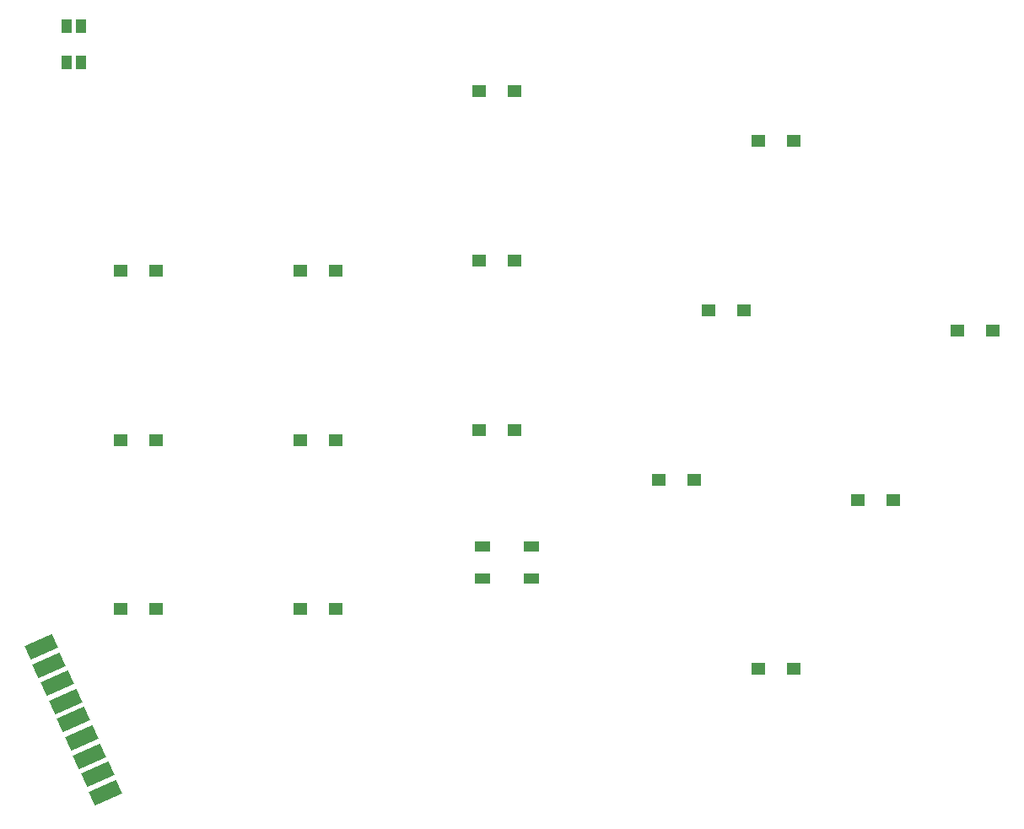
<source format=gbr>
%TF.GenerationSoftware,KiCad,Pcbnew,(6.0.6)*%
%TF.CreationDate,2022-07-28T22:41:48-07:00*%
%TF.ProjectId,right_main_routed,72696768-745f-46d6-9169-6e5f726f7574,v1.0.0*%
%TF.SameCoordinates,Original*%
%TF.FileFunction,Paste,Top*%
%TF.FilePolarity,Positive*%
%FSLAX46Y46*%
G04 Gerber Fmt 4.6, Leading zero omitted, Abs format (unit mm)*
G04 Created by KiCad (PCBNEW (6.0.6)) date 2022-07-28 22:41:48*
%MOMM*%
%LPD*%
G01*
G04 APERTURE LIST*
G04 Aperture macros list*
%AMRotRect*
0 Rectangle, with rotation*
0 The origin of the aperture is its center*
0 $1 length*
0 $2 width*
0 $3 Rotation angle, in degrees counterclockwise*
0 Add horizontal line*
21,1,$1,$2,0,0,$3*%
G04 Aperture macros list end*
%ADD10R,1.400000X1.300000*%
%ADD11R,1.050000X1.400000*%
%ADD12RotRect,3.000000X1.500000X203.962489*%
%ADD13R,1.500000X1.000000*%
G04 APERTURE END LIST*
D10*
%TO.C,D10*%
X73775000Y8300000D03*
X70225000Y8300000D03*
%TD*%
%TO.C,D5*%
X37775000Y12300000D03*
X34225000Y12300000D03*
%TD*%
D11*
%TO.C,RST1*%
X12220000Y53800000D03*
X12220000Y50200000D03*
X10780000Y53800000D03*
X10780000Y50200000D03*
%TD*%
D10*
%TO.C,D1*%
X19775000Y-4700000D03*
X16225000Y-4700000D03*
%TD*%
%TO.C,D11*%
X78775000Y25300000D03*
X75225000Y25300000D03*
%TD*%
%TO.C,D13*%
X83775000Y-10700000D03*
X80225000Y-10700000D03*
%TD*%
%TO.C,D3*%
X19775000Y29300000D03*
X16225000Y29300000D03*
%TD*%
%TO.C,D9*%
X55775000Y47300000D03*
X52225000Y47300000D03*
%TD*%
%TO.C,D15*%
X103775000Y23300000D03*
X100225000Y23300000D03*
%TD*%
%TO.C,D6*%
X37775000Y29300000D03*
X34225000Y29300000D03*
%TD*%
%TO.C,D12*%
X83775000Y42300000D03*
X80225000Y42300000D03*
%TD*%
%TO.C,D7*%
X55775000Y13300000D03*
X52225000Y13300000D03*
%TD*%
D12*
%TO.C,J8*%
X8238490Y-8479925D03*
X9050767Y-10307548D03*
X9863044Y-12135171D03*
X10675321Y-13962794D03*
X11487598Y-15790417D03*
X12299875Y-17618040D03*
X13112152Y-19445663D03*
X13924429Y-21273286D03*
X14736706Y-23100909D03*
%TD*%
D10*
%TO.C,D4*%
X37775000Y-4700000D03*
X34225000Y-4700000D03*
%TD*%
%TO.C,D14*%
X93775000Y6300000D03*
X90225000Y6300000D03*
%TD*%
%TO.C,D2*%
X19775000Y12300000D03*
X16225000Y12300000D03*
%TD*%
%TO.C,D8*%
X55775000Y30300000D03*
X52225000Y30300000D03*
%TD*%
D13*
%TO.C,DS4*%
X57450000Y-1600000D03*
X57450000Y1600000D03*
X52550000Y1600000D03*
X52550000Y-1600000D03*
%TD*%
M02*

</source>
